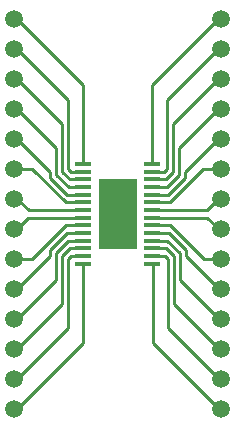
<source format=gtl>
%TF.GenerationSoftware,KiCad,Pcbnew,(7.0.0)*%
%TF.CreationDate,2023-07-16T15:36:17-04:00*%
%TF.ProjectId,luminator,6c756d69-6e61-4746-9f72-2e6b69636164,rev?*%
%TF.SameCoordinates,Original*%
%TF.FileFunction,Copper,L1,Top*%
%TF.FilePolarity,Positive*%
%FSLAX46Y46*%
G04 Gerber Fmt 4.6, Leading zero omitted, Abs format (unit mm)*
G04 Created by KiCad (PCBNEW (7.0.0)) date 2023-07-16 15:36:17*
%MOMM*%
%LPD*%
G01*
G04 APERTURE LIST*
%TA.AperFunction,ComponentPad*%
%ADD10C,1.500000*%
%TD*%
%TA.AperFunction,SMDPad,CuDef*%
%ADD11R,1.473200X0.355600*%
%TD*%
%TA.AperFunction,SMDPad,CuDef*%
%ADD12R,3.200001X6.000001*%
%TD*%
%TA.AperFunction,Conductor*%
%ADD13C,0.250000*%
%TD*%
G04 APERTURE END LIST*
D10*
X123952000Y-88900000D03*
X123952000Y-86360000D03*
X123952000Y-83820000D03*
X123952000Y-81280000D03*
X123952000Y-78740000D03*
X123952000Y-76200000D03*
X123952000Y-73660000D03*
X123952000Y-71120000D03*
X123952000Y-68580000D03*
X123952000Y-66040000D03*
X123952000Y-63500000D03*
X123952000Y-60960000D03*
X123952000Y-58420000D03*
X123952000Y-55880000D03*
X106426000Y-55880000D03*
X106426000Y-58420000D03*
X106426000Y-60960000D03*
X106426000Y-63500000D03*
X106426000Y-66040000D03*
X106426000Y-68580000D03*
X106426000Y-71120000D03*
X106426000Y-73660000D03*
X106426000Y-76200000D03*
X106426000Y-78740000D03*
X106426000Y-81280000D03*
X106426000Y-83820000D03*
X106426000Y-86360000D03*
X106426000Y-88900000D03*
D11*
X112267999Y-68164999D03*
X112267999Y-68815000D03*
X112267999Y-69464999D03*
X112267999Y-70115000D03*
X112267999Y-70764998D03*
X112267999Y-71415000D03*
X112267999Y-72064998D03*
X112267999Y-72714997D03*
X112267999Y-73364998D03*
X112267999Y-74014997D03*
X112267999Y-74664998D03*
X112267999Y-75314997D03*
X112267999Y-75964998D03*
X112267999Y-76614997D03*
X118109999Y-76614999D03*
X118109999Y-75964998D03*
X118109999Y-75314999D03*
X118109999Y-74664998D03*
X118109999Y-74015000D03*
X118109999Y-73364998D03*
X118109999Y-72715000D03*
X118109999Y-72064998D03*
X118109999Y-71415000D03*
X118109999Y-70764998D03*
X118109999Y-70115000D03*
X118109999Y-69464999D03*
X118109999Y-68815000D03*
X118109999Y-68164999D03*
D12*
X115188999Y-72389999D03*
D13*
X122408000Y-68584999D02*
X123678000Y-68584999D01*
X118090000Y-70769998D02*
X119461001Y-70769998D01*
X119237000Y-69469999D02*
X118090000Y-69469999D01*
X123678000Y-60964999D02*
X119868000Y-64774999D01*
X119868000Y-68838999D02*
X119237000Y-69469999D01*
X119461001Y-70769998D02*
X120884000Y-69346999D01*
X120884000Y-69346999D02*
X120884000Y-68838999D01*
X119868000Y-64774999D02*
X119868000Y-68838999D01*
X119360000Y-68584999D02*
X119360000Y-62742999D01*
X119348999Y-70120000D02*
X120376000Y-69092999D01*
X118090000Y-70120000D02*
X119348999Y-70120000D01*
X120376000Y-69092999D02*
X120376000Y-66806999D01*
X120376000Y-66806999D02*
X123678000Y-63504999D01*
X119124999Y-68820000D02*
X119360000Y-68584999D01*
X118090000Y-68820000D02*
X119124999Y-68820000D01*
X119360000Y-62742999D02*
X123678000Y-58424999D01*
X120884000Y-68838999D02*
X123678000Y-66044999D01*
X118090000Y-71420000D02*
X119572999Y-71420000D01*
X119572999Y-71420000D02*
X122408000Y-68584999D01*
X122733001Y-72069998D02*
X123678000Y-71124999D01*
X118090000Y-72069998D02*
X122733001Y-72069998D01*
X118090000Y-68169999D02*
X118090000Y-61472999D01*
X118090000Y-61472999D02*
X123678000Y-55884999D01*
X107932000Y-76195001D02*
X106662000Y-76195001D01*
X112250000Y-74010002D02*
X110878999Y-74010002D01*
X111103000Y-75310001D02*
X112250000Y-75310001D01*
X106662000Y-83815001D02*
X110472000Y-80005001D01*
X110472000Y-75941001D02*
X111103000Y-75310001D01*
X110878999Y-74010002D02*
X109456000Y-75433001D01*
X109456000Y-75433001D02*
X109456000Y-75941001D01*
X110472000Y-80005001D02*
X110472000Y-75941001D01*
X110980000Y-76195001D02*
X110980000Y-82037001D01*
X110991001Y-74660000D02*
X109964000Y-75687001D01*
X112250000Y-74660000D02*
X110991001Y-74660000D01*
X109964000Y-75687001D02*
X109964000Y-77973001D01*
X109964000Y-77973001D02*
X106662000Y-81275001D01*
X111215001Y-75960000D02*
X110980000Y-76195001D01*
X112250000Y-75960000D02*
X111215001Y-75960000D01*
X110980000Y-82037001D02*
X106662000Y-86355001D01*
X109456000Y-75941001D02*
X106662000Y-78735001D01*
X112250000Y-73360000D02*
X110767001Y-73360000D01*
X110767001Y-73360000D02*
X107932000Y-76195001D01*
X107606999Y-72710002D02*
X106662000Y-73655001D01*
X112250000Y-72710002D02*
X107606999Y-72710002D01*
X112250000Y-76610001D02*
X112250000Y-83307001D01*
X112250000Y-83307001D02*
X106662000Y-88895001D01*
X122438000Y-76195001D02*
X123708000Y-76195001D01*
X118120000Y-74010002D02*
X119491001Y-74010002D01*
X119267000Y-75310001D02*
X118120000Y-75310001D01*
X123708000Y-83815001D02*
X119898000Y-80005001D01*
X119898000Y-75941001D02*
X119267000Y-75310001D01*
X119491001Y-74010002D02*
X120914000Y-75433001D01*
X120914000Y-75433001D02*
X120914000Y-75941001D01*
X119898000Y-80005001D02*
X119898000Y-75941001D01*
X119390000Y-76195001D02*
X119390000Y-82037001D01*
X119378999Y-74660000D02*
X120406000Y-75687001D01*
X118120000Y-74660000D02*
X119378999Y-74660000D01*
X120406000Y-75687001D02*
X120406000Y-77973001D01*
X120406000Y-77973001D02*
X123708000Y-81275001D01*
X119154999Y-75960000D02*
X119390000Y-76195001D01*
X118120000Y-75960000D02*
X119154999Y-75960000D01*
X119390000Y-82037001D02*
X123708000Y-86355001D01*
X120914000Y-75941001D02*
X123708000Y-78735001D01*
X118120000Y-73360000D02*
X119602999Y-73360000D01*
X119602999Y-73360000D02*
X122438000Y-76195001D01*
X122763001Y-72710002D02*
X123708000Y-73655001D01*
X118120000Y-72710002D02*
X122763001Y-72710002D01*
X118120000Y-76610001D02*
X118120000Y-83307001D01*
X118120000Y-83307001D02*
X123708000Y-88895001D01*
X112268000Y-61468000D02*
X106680000Y-55880000D01*
X112268000Y-68165000D02*
X112268000Y-61468000D01*
X107624999Y-72064999D02*
X106680000Y-71120000D01*
X112268000Y-72064999D02*
X107624999Y-72064999D01*
X107950000Y-68580000D02*
X106680000Y-68580000D01*
X112268000Y-71415001D02*
X110785001Y-71415001D01*
X110785001Y-71415001D02*
X107950000Y-68580000D01*
X109474000Y-69342000D02*
X109474000Y-68834000D01*
X110896999Y-70764999D02*
X109474000Y-69342000D01*
X112268000Y-70764999D02*
X110896999Y-70764999D01*
X109474000Y-68834000D02*
X106680000Y-66040000D01*
X109982000Y-66802000D02*
X106680000Y-63500000D01*
X109982000Y-69088000D02*
X109982000Y-66802000D01*
X111009001Y-70115001D02*
X109982000Y-69088000D01*
X112268000Y-70115001D02*
X111009001Y-70115001D01*
X111121000Y-69465000D02*
X112268000Y-69465000D01*
X110490000Y-68834000D02*
X111121000Y-69465000D01*
X110490000Y-64770000D02*
X110490000Y-68834000D01*
X106680000Y-60960000D02*
X110490000Y-64770000D01*
X110998000Y-62738000D02*
X106680000Y-58420000D01*
X110998000Y-68580000D02*
X110998000Y-62738000D01*
X111233001Y-68815001D02*
X110998000Y-68580000D01*
X112268000Y-68815001D02*
X111233001Y-68815001D01*
M02*

</source>
